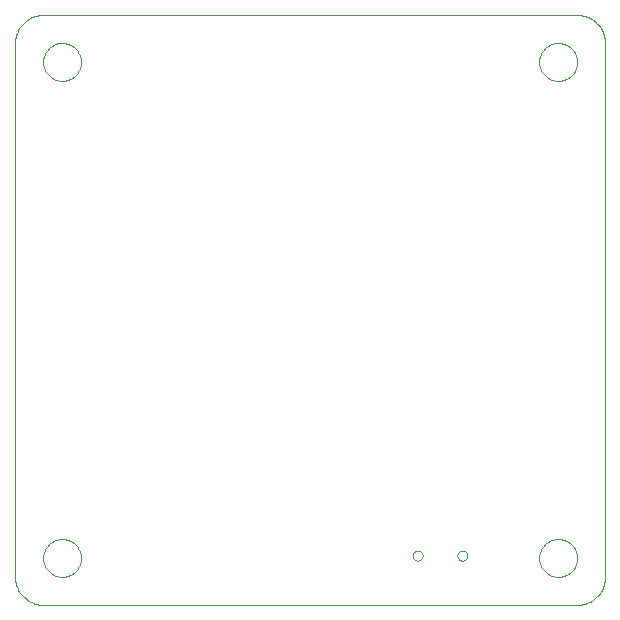
<source format=gbp>
G75*
%MOIN*%
%OFA0B0*%
%FSLAX24Y24*%
%IPPOS*%
%LPD*%
%AMOC8*
5,1,8,0,0,1.08239X$1,22.5*
%
%ADD10C,0.0000*%
D10*
X001183Y001347D02*
X018899Y001347D01*
X018961Y001349D01*
X019022Y001355D01*
X019083Y001364D01*
X019144Y001378D01*
X019203Y001395D01*
X019261Y001416D01*
X019318Y001441D01*
X019373Y001469D01*
X019426Y001500D01*
X019477Y001535D01*
X019526Y001573D01*
X019573Y001614D01*
X019616Y001657D01*
X019657Y001704D01*
X019695Y001753D01*
X019730Y001804D01*
X019761Y001857D01*
X019789Y001912D01*
X019814Y001969D01*
X019835Y002027D01*
X019852Y002086D01*
X019866Y002147D01*
X019875Y002208D01*
X019881Y002269D01*
X019883Y002331D01*
X019883Y020048D01*
X019881Y020110D01*
X019875Y020171D01*
X019866Y020232D01*
X019852Y020293D01*
X019835Y020352D01*
X019814Y020410D01*
X019789Y020467D01*
X019761Y020522D01*
X019730Y020575D01*
X019695Y020626D01*
X019657Y020675D01*
X019616Y020722D01*
X019573Y020765D01*
X019526Y020806D01*
X019477Y020844D01*
X019426Y020879D01*
X019373Y020910D01*
X019318Y020938D01*
X019261Y020963D01*
X019203Y020984D01*
X019144Y021001D01*
X019083Y021015D01*
X019022Y021024D01*
X018961Y021030D01*
X018899Y021032D01*
X001183Y021032D01*
X001121Y021030D01*
X001060Y021024D01*
X000999Y021015D01*
X000938Y021001D01*
X000879Y020984D01*
X000821Y020963D01*
X000764Y020938D01*
X000709Y020910D01*
X000656Y020879D01*
X000605Y020844D01*
X000556Y020806D01*
X000509Y020765D01*
X000466Y020722D01*
X000425Y020675D01*
X000387Y020626D01*
X000352Y020575D01*
X000321Y020522D01*
X000293Y020467D01*
X000268Y020410D01*
X000247Y020352D01*
X000230Y020293D01*
X000216Y020232D01*
X000207Y020171D01*
X000201Y020110D01*
X000199Y020048D01*
X000198Y020048D02*
X000198Y002331D01*
X000199Y002331D02*
X000201Y002269D01*
X000207Y002208D01*
X000216Y002147D01*
X000230Y002086D01*
X000247Y002027D01*
X000268Y001969D01*
X000293Y001912D01*
X000321Y001857D01*
X000352Y001804D01*
X000387Y001753D01*
X000425Y001704D01*
X000466Y001657D01*
X000509Y001614D01*
X000556Y001573D01*
X000605Y001535D01*
X000656Y001500D01*
X000709Y001469D01*
X000764Y001441D01*
X000821Y001416D01*
X000879Y001395D01*
X000938Y001378D01*
X000999Y001364D01*
X001060Y001355D01*
X001121Y001349D01*
X001183Y001347D01*
X001143Y002922D02*
X001145Y002972D01*
X001151Y003022D01*
X001161Y003071D01*
X001175Y003119D01*
X001192Y003166D01*
X001213Y003211D01*
X001238Y003255D01*
X001266Y003296D01*
X001298Y003335D01*
X001332Y003372D01*
X001369Y003406D01*
X001409Y003436D01*
X001451Y003463D01*
X001495Y003487D01*
X001541Y003508D01*
X001588Y003524D01*
X001636Y003537D01*
X001686Y003546D01*
X001735Y003551D01*
X001786Y003552D01*
X001836Y003549D01*
X001885Y003542D01*
X001934Y003531D01*
X001982Y003516D01*
X002028Y003498D01*
X002073Y003476D01*
X002116Y003450D01*
X002157Y003421D01*
X002196Y003389D01*
X002232Y003354D01*
X002264Y003316D01*
X002294Y003276D01*
X002321Y003233D01*
X002344Y003189D01*
X002363Y003143D01*
X002379Y003095D01*
X002391Y003046D01*
X002399Y002997D01*
X002403Y002947D01*
X002403Y002897D01*
X002399Y002847D01*
X002391Y002798D01*
X002379Y002749D01*
X002363Y002701D01*
X002344Y002655D01*
X002321Y002611D01*
X002294Y002568D01*
X002264Y002528D01*
X002232Y002490D01*
X002196Y002455D01*
X002157Y002423D01*
X002116Y002394D01*
X002073Y002368D01*
X002028Y002346D01*
X001982Y002328D01*
X001934Y002313D01*
X001885Y002302D01*
X001836Y002295D01*
X001786Y002292D01*
X001735Y002293D01*
X001686Y002298D01*
X001636Y002307D01*
X001588Y002320D01*
X001541Y002336D01*
X001495Y002357D01*
X001451Y002381D01*
X001409Y002408D01*
X001369Y002438D01*
X001332Y002472D01*
X001298Y002509D01*
X001266Y002548D01*
X001238Y002589D01*
X001213Y002633D01*
X001192Y002678D01*
X001175Y002725D01*
X001161Y002773D01*
X001151Y002822D01*
X001145Y002872D01*
X001143Y002922D01*
X013457Y003001D02*
X013459Y003026D01*
X013465Y003051D01*
X013474Y003075D01*
X013487Y003097D01*
X013504Y003117D01*
X013523Y003134D01*
X013544Y003148D01*
X013568Y003158D01*
X013592Y003165D01*
X013618Y003168D01*
X013643Y003167D01*
X013668Y003162D01*
X013692Y003153D01*
X013715Y003141D01*
X013735Y003126D01*
X013753Y003107D01*
X013768Y003086D01*
X013779Y003063D01*
X013787Y003039D01*
X013791Y003014D01*
X013791Y002988D01*
X013787Y002963D01*
X013779Y002939D01*
X013768Y002916D01*
X013753Y002895D01*
X013735Y002876D01*
X013715Y002861D01*
X013692Y002849D01*
X013668Y002840D01*
X013643Y002835D01*
X013618Y002834D01*
X013592Y002837D01*
X013568Y002844D01*
X013544Y002854D01*
X013523Y002868D01*
X013504Y002885D01*
X013487Y002905D01*
X013474Y002927D01*
X013465Y002951D01*
X013459Y002976D01*
X013457Y003001D01*
X014953Y003001D02*
X014955Y003026D01*
X014961Y003051D01*
X014970Y003075D01*
X014983Y003097D01*
X015000Y003117D01*
X015019Y003134D01*
X015040Y003148D01*
X015064Y003158D01*
X015088Y003165D01*
X015114Y003168D01*
X015139Y003167D01*
X015164Y003162D01*
X015188Y003153D01*
X015211Y003141D01*
X015231Y003126D01*
X015249Y003107D01*
X015264Y003086D01*
X015275Y003063D01*
X015283Y003039D01*
X015287Y003014D01*
X015287Y002988D01*
X015283Y002963D01*
X015275Y002939D01*
X015264Y002916D01*
X015249Y002895D01*
X015231Y002876D01*
X015211Y002861D01*
X015188Y002849D01*
X015164Y002840D01*
X015139Y002835D01*
X015114Y002834D01*
X015088Y002837D01*
X015064Y002844D01*
X015040Y002854D01*
X015019Y002868D01*
X015000Y002885D01*
X014983Y002905D01*
X014970Y002927D01*
X014961Y002951D01*
X014955Y002976D01*
X014953Y003001D01*
X017679Y002922D02*
X017681Y002972D01*
X017687Y003022D01*
X017697Y003071D01*
X017711Y003119D01*
X017728Y003166D01*
X017749Y003211D01*
X017774Y003255D01*
X017802Y003296D01*
X017834Y003335D01*
X017868Y003372D01*
X017905Y003406D01*
X017945Y003436D01*
X017987Y003463D01*
X018031Y003487D01*
X018077Y003508D01*
X018124Y003524D01*
X018172Y003537D01*
X018222Y003546D01*
X018271Y003551D01*
X018322Y003552D01*
X018372Y003549D01*
X018421Y003542D01*
X018470Y003531D01*
X018518Y003516D01*
X018564Y003498D01*
X018609Y003476D01*
X018652Y003450D01*
X018693Y003421D01*
X018732Y003389D01*
X018768Y003354D01*
X018800Y003316D01*
X018830Y003276D01*
X018857Y003233D01*
X018880Y003189D01*
X018899Y003143D01*
X018915Y003095D01*
X018927Y003046D01*
X018935Y002997D01*
X018939Y002947D01*
X018939Y002897D01*
X018935Y002847D01*
X018927Y002798D01*
X018915Y002749D01*
X018899Y002701D01*
X018880Y002655D01*
X018857Y002611D01*
X018830Y002568D01*
X018800Y002528D01*
X018768Y002490D01*
X018732Y002455D01*
X018693Y002423D01*
X018652Y002394D01*
X018609Y002368D01*
X018564Y002346D01*
X018518Y002328D01*
X018470Y002313D01*
X018421Y002302D01*
X018372Y002295D01*
X018322Y002292D01*
X018271Y002293D01*
X018222Y002298D01*
X018172Y002307D01*
X018124Y002320D01*
X018077Y002336D01*
X018031Y002357D01*
X017987Y002381D01*
X017945Y002408D01*
X017905Y002438D01*
X017868Y002472D01*
X017834Y002509D01*
X017802Y002548D01*
X017774Y002589D01*
X017749Y002633D01*
X017728Y002678D01*
X017711Y002725D01*
X017697Y002773D01*
X017687Y002822D01*
X017681Y002872D01*
X017679Y002922D01*
X017679Y019457D02*
X017681Y019507D01*
X017687Y019557D01*
X017697Y019606D01*
X017711Y019654D01*
X017728Y019701D01*
X017749Y019746D01*
X017774Y019790D01*
X017802Y019831D01*
X017834Y019870D01*
X017868Y019907D01*
X017905Y019941D01*
X017945Y019971D01*
X017987Y019998D01*
X018031Y020022D01*
X018077Y020043D01*
X018124Y020059D01*
X018172Y020072D01*
X018222Y020081D01*
X018271Y020086D01*
X018322Y020087D01*
X018372Y020084D01*
X018421Y020077D01*
X018470Y020066D01*
X018518Y020051D01*
X018564Y020033D01*
X018609Y020011D01*
X018652Y019985D01*
X018693Y019956D01*
X018732Y019924D01*
X018768Y019889D01*
X018800Y019851D01*
X018830Y019811D01*
X018857Y019768D01*
X018880Y019724D01*
X018899Y019678D01*
X018915Y019630D01*
X018927Y019581D01*
X018935Y019532D01*
X018939Y019482D01*
X018939Y019432D01*
X018935Y019382D01*
X018927Y019333D01*
X018915Y019284D01*
X018899Y019236D01*
X018880Y019190D01*
X018857Y019146D01*
X018830Y019103D01*
X018800Y019063D01*
X018768Y019025D01*
X018732Y018990D01*
X018693Y018958D01*
X018652Y018929D01*
X018609Y018903D01*
X018564Y018881D01*
X018518Y018863D01*
X018470Y018848D01*
X018421Y018837D01*
X018372Y018830D01*
X018322Y018827D01*
X018271Y018828D01*
X018222Y018833D01*
X018172Y018842D01*
X018124Y018855D01*
X018077Y018871D01*
X018031Y018892D01*
X017987Y018916D01*
X017945Y018943D01*
X017905Y018973D01*
X017868Y019007D01*
X017834Y019044D01*
X017802Y019083D01*
X017774Y019124D01*
X017749Y019168D01*
X017728Y019213D01*
X017711Y019260D01*
X017697Y019308D01*
X017687Y019357D01*
X017681Y019407D01*
X017679Y019457D01*
X001143Y019457D02*
X001145Y019507D01*
X001151Y019557D01*
X001161Y019606D01*
X001175Y019654D01*
X001192Y019701D01*
X001213Y019746D01*
X001238Y019790D01*
X001266Y019831D01*
X001298Y019870D01*
X001332Y019907D01*
X001369Y019941D01*
X001409Y019971D01*
X001451Y019998D01*
X001495Y020022D01*
X001541Y020043D01*
X001588Y020059D01*
X001636Y020072D01*
X001686Y020081D01*
X001735Y020086D01*
X001786Y020087D01*
X001836Y020084D01*
X001885Y020077D01*
X001934Y020066D01*
X001982Y020051D01*
X002028Y020033D01*
X002073Y020011D01*
X002116Y019985D01*
X002157Y019956D01*
X002196Y019924D01*
X002232Y019889D01*
X002264Y019851D01*
X002294Y019811D01*
X002321Y019768D01*
X002344Y019724D01*
X002363Y019678D01*
X002379Y019630D01*
X002391Y019581D01*
X002399Y019532D01*
X002403Y019482D01*
X002403Y019432D01*
X002399Y019382D01*
X002391Y019333D01*
X002379Y019284D01*
X002363Y019236D01*
X002344Y019190D01*
X002321Y019146D01*
X002294Y019103D01*
X002264Y019063D01*
X002232Y019025D01*
X002196Y018990D01*
X002157Y018958D01*
X002116Y018929D01*
X002073Y018903D01*
X002028Y018881D01*
X001982Y018863D01*
X001934Y018848D01*
X001885Y018837D01*
X001836Y018830D01*
X001786Y018827D01*
X001735Y018828D01*
X001686Y018833D01*
X001636Y018842D01*
X001588Y018855D01*
X001541Y018871D01*
X001495Y018892D01*
X001451Y018916D01*
X001409Y018943D01*
X001369Y018973D01*
X001332Y019007D01*
X001298Y019044D01*
X001266Y019083D01*
X001238Y019124D01*
X001213Y019168D01*
X001192Y019213D01*
X001175Y019260D01*
X001161Y019308D01*
X001151Y019357D01*
X001145Y019407D01*
X001143Y019457D01*
M02*

</source>
